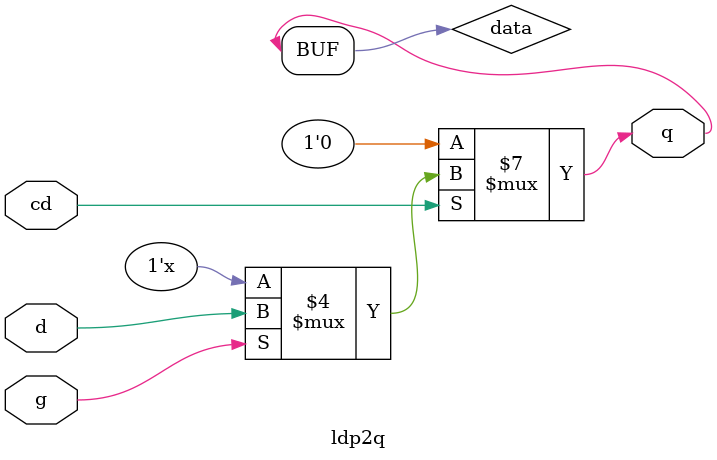
<source format=v>
`include "defs.v"

module ldp2q
(
	output	q,
	input		d,
	input		g,
	input		cd
);

reg	data = 1'b0;

assign q = data;

always @(d or g or cd)
begin
	if (~cd) begin
		data <= 1'b0;
	end else if (g) begin
		data <= d;
	end
end

endmodule

</source>
